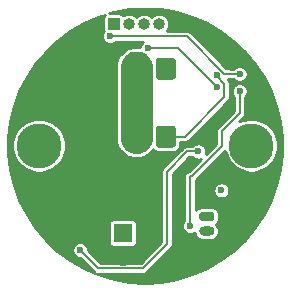
<source format=gbr>
%TF.GenerationSoftware,KiCad,Pcbnew,(5.1.6)-1*%
%TF.CreationDate,2020-11-30T19:53:59+01:00*%
%TF.ProjectId,PX12_Board,50583132-5f42-46f6-9172-642e6b696361,V1.0*%
%TF.SameCoordinates,Original*%
%TF.FileFunction,Copper,L2,Bot*%
%TF.FilePolarity,Positive*%
%FSLAX46Y46*%
G04 Gerber Fmt 4.6, Leading zero omitted, Abs format (unit mm)*
G04 Created by KiCad (PCBNEW (5.1.6)-1) date 2020-11-30 19:53:59*
%MOMM*%
%LPD*%
G01*
G04 APERTURE LIST*
%TA.AperFunction,ComponentPad*%
%ADD10O,1.700000X1.850000*%
%TD*%
%TA.AperFunction,ComponentPad*%
%ADD11O,1.300000X0.800000*%
%TD*%
%TA.AperFunction,ComponentPad*%
%ADD12R,1.000000X1.000000*%
%TD*%
%TA.AperFunction,ComponentPad*%
%ADD13O,1.000000X1.000000*%
%TD*%
%TA.AperFunction,ComponentPad*%
%ADD14R,1.600000X1.600000*%
%TD*%
%TA.AperFunction,ComponentPad*%
%ADD15C,1.600000*%
%TD*%
%TA.AperFunction,ComponentPad*%
%ADD16C,3.800000*%
%TD*%
%TA.AperFunction,ViaPad*%
%ADD17C,0.600000*%
%TD*%
%TA.AperFunction,Conductor*%
%ADD18C,0.200000*%
%TD*%
%TA.AperFunction,Conductor*%
%ADD19C,0.150000*%
%TD*%
%TA.AperFunction,Conductor*%
%ADD20C,0.254000*%
%TD*%
G04 APERTURE END LIST*
D10*
%TO.P,KLIN2,3*%
%TO.N,GND*%
X171750000Y-99250000D03*
%TO.P,KLIN2,2*%
%TO.N,VCC*%
X174250000Y-99250000D03*
%TO.P,KLIN2,1*%
%TO.N,SERIAL*%
%TA.AperFunction,ComponentPad*%
G36*
G01*
X177600000Y-98575000D02*
X177600000Y-99925000D01*
G75*
G02*
X177350000Y-100175000I-250000J0D01*
G01*
X176150000Y-100175000D01*
G75*
G02*
X175900000Y-99925000I0J250000D01*
G01*
X175900000Y-98575000D01*
G75*
G02*
X176150000Y-98325000I250000J0D01*
G01*
X177350000Y-98325000D01*
G75*
G02*
X177600000Y-98575000I0J-250000D01*
G01*
G37*
%TD.AperFunction*%
%TD*%
%TO.P,KLIN1,1*%
%TO.N,SERIAL*%
%TA.AperFunction,ComponentPad*%
G36*
G01*
X177600000Y-92825000D02*
X177600000Y-94175000D01*
G75*
G02*
X177350000Y-94425000I-250000J0D01*
G01*
X176150000Y-94425000D01*
G75*
G02*
X175900000Y-94175000I0J250000D01*
G01*
X175900000Y-92825000D01*
G75*
G02*
X176150000Y-92575000I250000J0D01*
G01*
X177350000Y-92575000D01*
G75*
G02*
X177600000Y-92825000I0J-250000D01*
G01*
G37*
%TD.AperFunction*%
%TO.P,KLIN1,2*%
%TO.N,VCC*%
X174250000Y-93500000D03*
%TO.P,KLIN1,3*%
%TO.N,GND*%
X171750000Y-93500000D03*
%TD*%
%TO.P,VALVE1,1*%
%TO.N,VCC*%
%TA.AperFunction,ComponentPad*%
G36*
G01*
X179750000Y-105600000D02*
X180650000Y-105600000D01*
G75*
G02*
X180850000Y-105800000I0J-200000D01*
G01*
X180850000Y-106200000D01*
G75*
G02*
X180650000Y-106400000I-200000J0D01*
G01*
X179750000Y-106400000D01*
G75*
G02*
X179550000Y-106200000I0J200000D01*
G01*
X179550000Y-105800000D01*
G75*
G02*
X179750000Y-105600000I200000J0D01*
G01*
G37*
%TD.AperFunction*%
D11*
%TO.P,VALVE1,2*%
%TO.N,/VALVE_GND*%
X180200000Y-107250000D03*
%TD*%
D12*
%TO.P,SWD1,1*%
%TO.N,+3V3*%
X172350000Y-89700000D03*
D13*
%TO.P,SWD1,2*%
%TO.N,RST*%
X173620000Y-89700000D03*
%TO.P,SWD1,3*%
%TO.N,SWCLK*%
X174890000Y-89700000D03*
%TO.P,SWD1,4*%
%TO.N,SWDIO*%
X176160000Y-89700000D03*
%TO.P,SWD1,5*%
%TO.N,GND*%
X177430000Y-89700000D03*
%TD*%
D14*
%TO.P,C4,1*%
%TO.N,VCC*%
X173100000Y-107400000D03*
D15*
%TO.P,C4,2*%
%TO.N,GND*%
X173100000Y-109400000D03*
%TD*%
D16*
%TO.P,PGND1,1*%
%TO.N,/PUMP_GND*%
X184000000Y-100000000D03*
%TD*%
%TO.P,PVCC1,1*%
%TO.N,/P-*%
X166000000Y-100000000D03*
%TD*%
D17*
%TO.N,GND*%
X165885000Y-102550000D03*
X182450000Y-93435065D03*
X167600000Y-97750000D03*
X170000000Y-92500000D03*
X180500000Y-100200000D03*
X178200000Y-100000000D03*
%TO.N,RST*%
X181100000Y-95050000D03*
X175250000Y-91740000D03*
%TO.N,Valve*%
X178800000Y-106800000D03*
X183000000Y-95400000D03*
%TO.N,Va*%
X179500000Y-100500000D03*
X169500000Y-108850000D03*
%TO.N,/PUMP_GND*%
X181450000Y-103800000D03*
%TO.N,SERIAL*%
X181048346Y-93991312D03*
%TO.N,Net-(D3-Pad2)*%
X182990000Y-93925065D03*
X172000000Y-90750000D03*
%TD*%
D18*
%TO.N,GND*%
X182450000Y-93325000D02*
X178825000Y-89700000D01*
X178825000Y-89700000D02*
X177430000Y-89700000D01*
X182450000Y-93435065D02*
X182450000Y-93325000D01*
D19*
X180500000Y-100200000D02*
X179900000Y-99600000D01*
X179900000Y-99600000D02*
X178600000Y-99600000D01*
X178600000Y-99600000D02*
X178200000Y-100000000D01*
D18*
%TO.N,RST*%
X177790000Y-91740000D02*
X175250000Y-91740000D01*
X181100000Y-95050000D02*
X177790000Y-91740000D01*
%TO.N,Valve*%
X178800000Y-106800000D02*
X178800000Y-102600000D01*
X178925202Y-102600000D02*
X181500000Y-100025202D01*
X178800000Y-102600000D02*
X178925202Y-102600000D01*
X181500000Y-100025202D02*
X181500000Y-98750000D01*
X183000000Y-97250000D02*
X183000000Y-95400000D01*
X181500000Y-98750000D02*
X183000000Y-97250000D01*
%TO.N,Va*%
X179500000Y-100500000D02*
X178550000Y-100500000D01*
X178550000Y-100500000D02*
X176850000Y-102200000D01*
X176850000Y-102200000D02*
X176850000Y-108350000D01*
X171040001Y-110390001D02*
X169500000Y-108850000D01*
X174809999Y-110390001D02*
X171040001Y-110390001D01*
X176850000Y-108350000D02*
X174809999Y-110390001D01*
%TO.N,SERIAL*%
X178350000Y-99250000D02*
X176750000Y-99250000D01*
X181700000Y-95900000D02*
X178350000Y-99250000D01*
X181700000Y-94800000D02*
X181700000Y-95900000D01*
X181048346Y-93991312D02*
X181048346Y-94148346D01*
X181048346Y-94148346D02*
X181700000Y-94800000D01*
%TO.N,Net-(D3-Pad2)*%
X182990000Y-93925065D02*
X181675065Y-93925065D01*
X178500000Y-90750000D02*
X172000000Y-90750000D01*
X181675065Y-93925065D02*
X178500000Y-90750000D01*
%TD*%
D20*
%TO.N,GND*%
G36*
X176346672Y-88478485D02*
G01*
X177675133Y-88712728D01*
X178967417Y-89099613D01*
X180206048Y-89633906D01*
X181374277Y-90308383D01*
X182456304Y-91113923D01*
X183437498Y-92039631D01*
X184304589Y-93072990D01*
X185045851Y-94200025D01*
X185651261Y-95405495D01*
X186112630Y-96673097D01*
X186423721Y-97985690D01*
X186580325Y-99325523D01*
X186580325Y-100674477D01*
X186423721Y-102014310D01*
X186112630Y-103326903D01*
X185651261Y-104594505D01*
X185045851Y-105799975D01*
X184304589Y-106927010D01*
X183437498Y-107960369D01*
X182456304Y-108886077D01*
X181374277Y-109691617D01*
X180206048Y-110366094D01*
X178967417Y-110900387D01*
X177675133Y-111287272D01*
X176346672Y-111521515D01*
X175000000Y-111599950D01*
X173653328Y-111521515D01*
X172324867Y-111287272D01*
X171032583Y-110900387D01*
X170949097Y-110864375D01*
X171016375Y-110871001D01*
X171016376Y-110871001D01*
X171040000Y-110873328D01*
X171063624Y-110871001D01*
X174786373Y-110871001D01*
X174809999Y-110873328D01*
X174833625Y-110871001D01*
X174904291Y-110864041D01*
X174994960Y-110836537D01*
X175078521Y-110791873D01*
X175151763Y-110731765D01*
X175166829Y-110713407D01*
X177173412Y-108706825D01*
X177191764Y-108691764D01*
X177251872Y-108618522D01*
X177296536Y-108534961D01*
X177324040Y-108444292D01*
X177331000Y-108373626D01*
X177333327Y-108350001D01*
X177331000Y-108326374D01*
X177331000Y-102399236D01*
X178749237Y-100981000D01*
X179017921Y-100981000D01*
X179065888Y-101028967D01*
X179177426Y-101103494D01*
X179301360Y-101154829D01*
X179432927Y-101181000D01*
X179567073Y-101181000D01*
X179688025Y-101156940D01*
X178720459Y-102124507D01*
X178705708Y-102125960D01*
X178615039Y-102153464D01*
X178531478Y-102198128D01*
X178458236Y-102258236D01*
X178398128Y-102331478D01*
X178353464Y-102415039D01*
X178325960Y-102505708D01*
X178316673Y-102600000D01*
X178319001Y-102623636D01*
X178319000Y-106317921D01*
X178271033Y-106365888D01*
X178196506Y-106477426D01*
X178145171Y-106601360D01*
X178119000Y-106732927D01*
X178119000Y-106867073D01*
X178145171Y-106998640D01*
X178196506Y-107122574D01*
X178271033Y-107234112D01*
X178365888Y-107328967D01*
X178477426Y-107403494D01*
X178601360Y-107454829D01*
X178732927Y-107481000D01*
X178867073Y-107481000D01*
X178998640Y-107454829D01*
X179122574Y-107403494D01*
X179176773Y-107367280D01*
X179180301Y-107403103D01*
X179224960Y-107550322D01*
X179297481Y-107685999D01*
X179395078Y-107804922D01*
X179514001Y-107902519D01*
X179649678Y-107975040D01*
X179796897Y-108019699D01*
X179911640Y-108031000D01*
X180488360Y-108031000D01*
X180603103Y-108019699D01*
X180750322Y-107975040D01*
X180885999Y-107902519D01*
X181004922Y-107804922D01*
X181102519Y-107685999D01*
X181175040Y-107550322D01*
X181219699Y-107403103D01*
X181234778Y-107250000D01*
X181219699Y-107096897D01*
X181175040Y-106949678D01*
X181102519Y-106814001D01*
X181004922Y-106695078D01*
X180982992Y-106677081D01*
X181062132Y-106612132D01*
X181134616Y-106523810D01*
X181188477Y-106423044D01*
X181221644Y-106313707D01*
X181232843Y-106200000D01*
X181232843Y-105800000D01*
X181221644Y-105686293D01*
X181188477Y-105576956D01*
X181134616Y-105476190D01*
X181062132Y-105387868D01*
X180973810Y-105315384D01*
X180873044Y-105261523D01*
X180763707Y-105228356D01*
X180650000Y-105217157D01*
X179750000Y-105217157D01*
X179636293Y-105228356D01*
X179526956Y-105261523D01*
X179426190Y-105315384D01*
X179337868Y-105387868D01*
X179281000Y-105457162D01*
X179281000Y-103732927D01*
X180769000Y-103732927D01*
X180769000Y-103867073D01*
X180795171Y-103998640D01*
X180846506Y-104122574D01*
X180921033Y-104234112D01*
X181015888Y-104328967D01*
X181127426Y-104403494D01*
X181251360Y-104454829D01*
X181382927Y-104481000D01*
X181517073Y-104481000D01*
X181648640Y-104454829D01*
X181772574Y-104403494D01*
X181884112Y-104328967D01*
X181978967Y-104234112D01*
X182053494Y-104122574D01*
X182104829Y-103998640D01*
X182131000Y-103867073D01*
X182131000Y-103732927D01*
X182104829Y-103601360D01*
X182053494Y-103477426D01*
X181978967Y-103365888D01*
X181884112Y-103271033D01*
X181772574Y-103196506D01*
X181648640Y-103145171D01*
X181517073Y-103119000D01*
X181382927Y-103119000D01*
X181251360Y-103145171D01*
X181127426Y-103196506D01*
X181015888Y-103271033D01*
X180921033Y-103365888D01*
X180846506Y-103477426D01*
X180795171Y-103601360D01*
X180769000Y-103732927D01*
X179281000Y-103732927D01*
X179281000Y-102924663D01*
X179282032Y-102923406D01*
X181762432Y-100443007D01*
X181806657Y-100665343D01*
X181978604Y-101080459D01*
X182228231Y-101454053D01*
X182545947Y-101771769D01*
X182919541Y-102021396D01*
X183334657Y-102193343D01*
X183775341Y-102281000D01*
X184224659Y-102281000D01*
X184665343Y-102193343D01*
X185080459Y-102021396D01*
X185454053Y-101771769D01*
X185771769Y-101454053D01*
X186021396Y-101080459D01*
X186193343Y-100665343D01*
X186281000Y-100224659D01*
X186281000Y-99775341D01*
X186193343Y-99334657D01*
X186021396Y-98919541D01*
X185771769Y-98545947D01*
X185454053Y-98228231D01*
X185080459Y-97978604D01*
X184665343Y-97806657D01*
X184224659Y-97719000D01*
X183775341Y-97719000D01*
X183334657Y-97806657D01*
X182974325Y-97955912D01*
X183323412Y-97606825D01*
X183341764Y-97591764D01*
X183401872Y-97518522D01*
X183446536Y-97434961D01*
X183474040Y-97344292D01*
X183481000Y-97273626D01*
X183481000Y-97273625D01*
X183483327Y-97250001D01*
X183481000Y-97226377D01*
X183481000Y-95882079D01*
X183528967Y-95834112D01*
X183603494Y-95722574D01*
X183654829Y-95598640D01*
X183681000Y-95467073D01*
X183681000Y-95332927D01*
X183654829Y-95201360D01*
X183603494Y-95077426D01*
X183528967Y-94965888D01*
X183434112Y-94871033D01*
X183322574Y-94796506D01*
X183198640Y-94745171D01*
X183067073Y-94719000D01*
X182932927Y-94719000D01*
X182801360Y-94745171D01*
X182677426Y-94796506D01*
X182565888Y-94871033D01*
X182471033Y-94965888D01*
X182396506Y-95077426D01*
X182345171Y-95201360D01*
X182319000Y-95332927D01*
X182319000Y-95467073D01*
X182345171Y-95598640D01*
X182396506Y-95722574D01*
X182471033Y-95834112D01*
X182519001Y-95882080D01*
X182519000Y-97050763D01*
X181176589Y-98393175D01*
X181158237Y-98408236D01*
X181143176Y-98426588D01*
X181098129Y-98481478D01*
X181053465Y-98565039D01*
X181025960Y-98655708D01*
X181016673Y-98750000D01*
X181019001Y-98773636D01*
X181019000Y-99825965D01*
X180156941Y-100688025D01*
X180181000Y-100567073D01*
X180181000Y-100432927D01*
X180154829Y-100301360D01*
X180103494Y-100177426D01*
X180028967Y-100065888D01*
X179934112Y-99971033D01*
X179822574Y-99896506D01*
X179698640Y-99845171D01*
X179567073Y-99819000D01*
X179432927Y-99819000D01*
X179301360Y-99845171D01*
X179177426Y-99896506D01*
X179065888Y-99971033D01*
X179017921Y-100019000D01*
X178573626Y-100019000D01*
X178549999Y-100016673D01*
X178455707Y-100025960D01*
X178428203Y-100034304D01*
X178365039Y-100053464D01*
X178281478Y-100098128D01*
X178208236Y-100158236D01*
X178193175Y-100176588D01*
X176526594Y-101843170D01*
X176508236Y-101858236D01*
X176448128Y-101931478D01*
X176403464Y-102015040D01*
X176384304Y-102078204D01*
X176375960Y-102105708D01*
X176366673Y-102200000D01*
X176369000Y-102223626D01*
X176369001Y-108150762D01*
X174610763Y-109909001D01*
X171239238Y-109909001D01*
X170181000Y-108850764D01*
X170181000Y-108782927D01*
X170154829Y-108651360D01*
X170103494Y-108527426D01*
X170028967Y-108415888D01*
X169934112Y-108321033D01*
X169822574Y-108246506D01*
X169698640Y-108195171D01*
X169567073Y-108169000D01*
X169432927Y-108169000D01*
X169301360Y-108195171D01*
X169177426Y-108246506D01*
X169065888Y-108321033D01*
X168971033Y-108415888D01*
X168896506Y-108527426D01*
X168845171Y-108651360D01*
X168819000Y-108782927D01*
X168819000Y-108917073D01*
X168845171Y-109048640D01*
X168896506Y-109172574D01*
X168971033Y-109284112D01*
X169065888Y-109378967D01*
X169177426Y-109453494D01*
X169301360Y-109504829D01*
X169432927Y-109531000D01*
X169500764Y-109531000D01*
X170683176Y-110713413D01*
X170698237Y-110731765D01*
X170760909Y-110783198D01*
X169793952Y-110366094D01*
X168625723Y-109691617D01*
X167543696Y-108886077D01*
X166562502Y-107960369D01*
X165695411Y-106927010D01*
X165480334Y-106600000D01*
X171917157Y-106600000D01*
X171917157Y-108200000D01*
X171924513Y-108274689D01*
X171946299Y-108346508D01*
X171981678Y-108412696D01*
X172029289Y-108470711D01*
X172087304Y-108518322D01*
X172153492Y-108553701D01*
X172225311Y-108575487D01*
X172300000Y-108582843D01*
X173900000Y-108582843D01*
X173974689Y-108575487D01*
X174046508Y-108553701D01*
X174112696Y-108518322D01*
X174170711Y-108470711D01*
X174218322Y-108412696D01*
X174253701Y-108346508D01*
X174275487Y-108274689D01*
X174282843Y-108200000D01*
X174282843Y-106600000D01*
X174275487Y-106525311D01*
X174253701Y-106453492D01*
X174218322Y-106387304D01*
X174170711Y-106329289D01*
X174112696Y-106281678D01*
X174046508Y-106246299D01*
X173974689Y-106224513D01*
X173900000Y-106217157D01*
X172300000Y-106217157D01*
X172225311Y-106224513D01*
X172153492Y-106246299D01*
X172087304Y-106281678D01*
X172029289Y-106329289D01*
X171981678Y-106387304D01*
X171946299Y-106453492D01*
X171924513Y-106525311D01*
X171917157Y-106600000D01*
X165480334Y-106600000D01*
X164954149Y-105799975D01*
X164348739Y-104594505D01*
X163887370Y-103326903D01*
X163576279Y-102014310D01*
X163419675Y-100674477D01*
X163419675Y-99775341D01*
X163719000Y-99775341D01*
X163719000Y-100224659D01*
X163806657Y-100665343D01*
X163978604Y-101080459D01*
X164228231Y-101454053D01*
X164545947Y-101771769D01*
X164919541Y-102021396D01*
X165334657Y-102193343D01*
X165775341Y-102281000D01*
X166224659Y-102281000D01*
X166665343Y-102193343D01*
X167080459Y-102021396D01*
X167454053Y-101771769D01*
X167771769Y-101454053D01*
X168021396Y-101080459D01*
X168193343Y-100665343D01*
X168281000Y-100224659D01*
X168281000Y-99775341D01*
X168193343Y-99334657D01*
X168021396Y-98919541D01*
X167771769Y-98545947D01*
X167454053Y-98228231D01*
X167080459Y-97978604D01*
X166665343Y-97806657D01*
X166224659Y-97719000D01*
X165775341Y-97719000D01*
X165334657Y-97806657D01*
X164919541Y-97978604D01*
X164545947Y-98228231D01*
X164228231Y-98545947D01*
X163978604Y-98919541D01*
X163806657Y-99334657D01*
X163719000Y-99775341D01*
X163419675Y-99775341D01*
X163419675Y-99325523D01*
X163576279Y-97985690D01*
X163887370Y-96673097D01*
X164348739Y-95405495D01*
X164954149Y-94200025D01*
X165695411Y-93072990D01*
X166562502Y-92039631D01*
X167543696Y-91113923D01*
X168625723Y-90308383D01*
X169793952Y-89633906D01*
X171032583Y-89099613D01*
X171572053Y-88938106D01*
X171531678Y-88987304D01*
X171496299Y-89053492D01*
X171474513Y-89125311D01*
X171467157Y-89200000D01*
X171467157Y-90200000D01*
X171474513Y-90274689D01*
X171483292Y-90303629D01*
X171471033Y-90315888D01*
X171396506Y-90427426D01*
X171345171Y-90551360D01*
X171319000Y-90682927D01*
X171319000Y-90817073D01*
X171345171Y-90948640D01*
X171396506Y-91072574D01*
X171471033Y-91184112D01*
X171565888Y-91278967D01*
X171677426Y-91353494D01*
X171801360Y-91404829D01*
X171932927Y-91431000D01*
X172067073Y-91431000D01*
X172198640Y-91404829D01*
X172322574Y-91353494D01*
X172434112Y-91278967D01*
X172482079Y-91231000D01*
X174795921Y-91231000D01*
X174721033Y-91305888D01*
X174646506Y-91417426D01*
X174595171Y-91541360D01*
X174573403Y-91650794D01*
X174517632Y-91640960D01*
X174283207Y-91620450D01*
X174216793Y-91620450D01*
X173982368Y-91640960D01*
X173916966Y-91652492D01*
X173689664Y-91713397D01*
X173627255Y-91736112D01*
X173413982Y-91835563D01*
X173356467Y-91868769D01*
X173163704Y-92003743D01*
X173112829Y-92046432D01*
X172946432Y-92212829D01*
X172903743Y-92263704D01*
X172768769Y-92456467D01*
X172735563Y-92513982D01*
X172636112Y-92727255D01*
X172613397Y-92789664D01*
X172552492Y-93016966D01*
X172540960Y-93082368D01*
X172520450Y-93316793D01*
X172519000Y-93350000D01*
X172519000Y-99350000D01*
X172520450Y-99383207D01*
X172540960Y-99617632D01*
X172552492Y-99683034D01*
X172613397Y-99910336D01*
X172636112Y-99972745D01*
X172735563Y-100186018D01*
X172768769Y-100243533D01*
X172903743Y-100436296D01*
X172946432Y-100487171D01*
X173112829Y-100653568D01*
X173163704Y-100696257D01*
X173356467Y-100831231D01*
X173413982Y-100864437D01*
X173627255Y-100963888D01*
X173689664Y-100986603D01*
X173916966Y-101047508D01*
X173982368Y-101059040D01*
X174216793Y-101079550D01*
X174283207Y-101079550D01*
X174517632Y-101059040D01*
X174583034Y-101047508D01*
X174810336Y-100986603D01*
X174872745Y-100963888D01*
X175086018Y-100864437D01*
X175143533Y-100831231D01*
X175336296Y-100696257D01*
X175387171Y-100653568D01*
X175553568Y-100487171D01*
X175596257Y-100436296D01*
X175669285Y-100332001D01*
X175702512Y-100372488D01*
X175798411Y-100451190D01*
X175907821Y-100509671D01*
X176026538Y-100545683D01*
X176150000Y-100557843D01*
X177350000Y-100557843D01*
X177473462Y-100545683D01*
X177592179Y-100509671D01*
X177701589Y-100451190D01*
X177797488Y-100372488D01*
X177876190Y-100276589D01*
X177934671Y-100167179D01*
X177970683Y-100048462D01*
X177982843Y-99925000D01*
X177982843Y-99731000D01*
X178326374Y-99731000D01*
X178350000Y-99733327D01*
X178373626Y-99731000D01*
X178444292Y-99724040D01*
X178534961Y-99696536D01*
X178618522Y-99651872D01*
X178691764Y-99591764D01*
X178706830Y-99573406D01*
X182023412Y-96256825D01*
X182041764Y-96241764D01*
X182101872Y-96168522D01*
X182146536Y-96084961D01*
X182174040Y-95994292D01*
X182181000Y-95923626D01*
X182181000Y-95923617D01*
X182183326Y-95900001D01*
X182181000Y-95876385D01*
X182181000Y-94823626D01*
X182183327Y-94800000D01*
X182174040Y-94705707D01*
X182163909Y-94672312D01*
X182146536Y-94615039D01*
X182101872Y-94531478D01*
X182041764Y-94458236D01*
X182023411Y-94443174D01*
X181986302Y-94406065D01*
X182507921Y-94406065D01*
X182555888Y-94454032D01*
X182667426Y-94528559D01*
X182791360Y-94579894D01*
X182922927Y-94606065D01*
X183057073Y-94606065D01*
X183188640Y-94579894D01*
X183312574Y-94528559D01*
X183424112Y-94454032D01*
X183518967Y-94359177D01*
X183593494Y-94247639D01*
X183644829Y-94123705D01*
X183671000Y-93992138D01*
X183671000Y-93857992D01*
X183644829Y-93726425D01*
X183593494Y-93602491D01*
X183518967Y-93490953D01*
X183424112Y-93396098D01*
X183312574Y-93321571D01*
X183188640Y-93270236D01*
X183057073Y-93244065D01*
X182922927Y-93244065D01*
X182791360Y-93270236D01*
X182667426Y-93321571D01*
X182555888Y-93396098D01*
X182507921Y-93444065D01*
X181874302Y-93444065D01*
X178856830Y-90426594D01*
X178841764Y-90408236D01*
X178768522Y-90348128D01*
X178684961Y-90303464D01*
X178594292Y-90275960D01*
X178523626Y-90269000D01*
X178500000Y-90266673D01*
X178476374Y-90269000D01*
X176836923Y-90269000D01*
X176844318Y-90261605D01*
X176940732Y-90117310D01*
X177007144Y-89956978D01*
X177041000Y-89786771D01*
X177041000Y-89613229D01*
X177007144Y-89443022D01*
X176940732Y-89282690D01*
X176844318Y-89138395D01*
X176721605Y-89015682D01*
X176577310Y-88919268D01*
X176416978Y-88852856D01*
X176246771Y-88819000D01*
X176073229Y-88819000D01*
X175903022Y-88852856D01*
X175742690Y-88919268D01*
X175598395Y-89015682D01*
X175525000Y-89089077D01*
X175451605Y-89015682D01*
X175307310Y-88919268D01*
X175146978Y-88852856D01*
X174976771Y-88819000D01*
X174803229Y-88819000D01*
X174633022Y-88852856D01*
X174472690Y-88919268D01*
X174328395Y-89015682D01*
X174255000Y-89089077D01*
X174181605Y-89015682D01*
X174037310Y-88919268D01*
X173876978Y-88852856D01*
X173706771Y-88819000D01*
X173533229Y-88819000D01*
X173363022Y-88852856D01*
X173202690Y-88919268D01*
X173144432Y-88958194D01*
X173120711Y-88929289D01*
X173062696Y-88881678D01*
X172996508Y-88846299D01*
X172924689Y-88824513D01*
X172850000Y-88817157D01*
X171976050Y-88817157D01*
X172324867Y-88712728D01*
X173653328Y-88478485D01*
X175000000Y-88400050D01*
X176346672Y-88478485D01*
G37*
X176346672Y-88478485D02*
X177675133Y-88712728D01*
X178967417Y-89099613D01*
X180206048Y-89633906D01*
X181374277Y-90308383D01*
X182456304Y-91113923D01*
X183437498Y-92039631D01*
X184304589Y-93072990D01*
X185045851Y-94200025D01*
X185651261Y-95405495D01*
X186112630Y-96673097D01*
X186423721Y-97985690D01*
X186580325Y-99325523D01*
X186580325Y-100674477D01*
X186423721Y-102014310D01*
X186112630Y-103326903D01*
X185651261Y-104594505D01*
X185045851Y-105799975D01*
X184304589Y-106927010D01*
X183437498Y-107960369D01*
X182456304Y-108886077D01*
X181374277Y-109691617D01*
X180206048Y-110366094D01*
X178967417Y-110900387D01*
X177675133Y-111287272D01*
X176346672Y-111521515D01*
X175000000Y-111599950D01*
X173653328Y-111521515D01*
X172324867Y-111287272D01*
X171032583Y-110900387D01*
X170949097Y-110864375D01*
X171016375Y-110871001D01*
X171016376Y-110871001D01*
X171040000Y-110873328D01*
X171063624Y-110871001D01*
X174786373Y-110871001D01*
X174809999Y-110873328D01*
X174833625Y-110871001D01*
X174904291Y-110864041D01*
X174994960Y-110836537D01*
X175078521Y-110791873D01*
X175151763Y-110731765D01*
X175166829Y-110713407D01*
X177173412Y-108706825D01*
X177191764Y-108691764D01*
X177251872Y-108618522D01*
X177296536Y-108534961D01*
X177324040Y-108444292D01*
X177331000Y-108373626D01*
X177333327Y-108350001D01*
X177331000Y-108326374D01*
X177331000Y-102399236D01*
X178749237Y-100981000D01*
X179017921Y-100981000D01*
X179065888Y-101028967D01*
X179177426Y-101103494D01*
X179301360Y-101154829D01*
X179432927Y-101181000D01*
X179567073Y-101181000D01*
X179688025Y-101156940D01*
X178720459Y-102124507D01*
X178705708Y-102125960D01*
X178615039Y-102153464D01*
X178531478Y-102198128D01*
X178458236Y-102258236D01*
X178398128Y-102331478D01*
X178353464Y-102415039D01*
X178325960Y-102505708D01*
X178316673Y-102600000D01*
X178319001Y-102623636D01*
X178319000Y-106317921D01*
X178271033Y-106365888D01*
X178196506Y-106477426D01*
X178145171Y-106601360D01*
X178119000Y-106732927D01*
X178119000Y-106867073D01*
X178145171Y-106998640D01*
X178196506Y-107122574D01*
X178271033Y-107234112D01*
X178365888Y-107328967D01*
X178477426Y-107403494D01*
X178601360Y-107454829D01*
X178732927Y-107481000D01*
X178867073Y-107481000D01*
X178998640Y-107454829D01*
X179122574Y-107403494D01*
X179176773Y-107367280D01*
X179180301Y-107403103D01*
X179224960Y-107550322D01*
X179297481Y-107685999D01*
X179395078Y-107804922D01*
X179514001Y-107902519D01*
X179649678Y-107975040D01*
X179796897Y-108019699D01*
X179911640Y-108031000D01*
X180488360Y-108031000D01*
X180603103Y-108019699D01*
X180750322Y-107975040D01*
X180885999Y-107902519D01*
X181004922Y-107804922D01*
X181102519Y-107685999D01*
X181175040Y-107550322D01*
X181219699Y-107403103D01*
X181234778Y-107250000D01*
X181219699Y-107096897D01*
X181175040Y-106949678D01*
X181102519Y-106814001D01*
X181004922Y-106695078D01*
X180982992Y-106677081D01*
X181062132Y-106612132D01*
X181134616Y-106523810D01*
X181188477Y-106423044D01*
X181221644Y-106313707D01*
X181232843Y-106200000D01*
X181232843Y-105800000D01*
X181221644Y-105686293D01*
X181188477Y-105576956D01*
X181134616Y-105476190D01*
X181062132Y-105387868D01*
X180973810Y-105315384D01*
X180873044Y-105261523D01*
X180763707Y-105228356D01*
X180650000Y-105217157D01*
X179750000Y-105217157D01*
X179636293Y-105228356D01*
X179526956Y-105261523D01*
X179426190Y-105315384D01*
X179337868Y-105387868D01*
X179281000Y-105457162D01*
X179281000Y-103732927D01*
X180769000Y-103732927D01*
X180769000Y-103867073D01*
X180795171Y-103998640D01*
X180846506Y-104122574D01*
X180921033Y-104234112D01*
X181015888Y-104328967D01*
X181127426Y-104403494D01*
X181251360Y-104454829D01*
X181382927Y-104481000D01*
X181517073Y-104481000D01*
X181648640Y-104454829D01*
X181772574Y-104403494D01*
X181884112Y-104328967D01*
X181978967Y-104234112D01*
X182053494Y-104122574D01*
X182104829Y-103998640D01*
X182131000Y-103867073D01*
X182131000Y-103732927D01*
X182104829Y-103601360D01*
X182053494Y-103477426D01*
X181978967Y-103365888D01*
X181884112Y-103271033D01*
X181772574Y-103196506D01*
X181648640Y-103145171D01*
X181517073Y-103119000D01*
X181382927Y-103119000D01*
X181251360Y-103145171D01*
X181127426Y-103196506D01*
X181015888Y-103271033D01*
X180921033Y-103365888D01*
X180846506Y-103477426D01*
X180795171Y-103601360D01*
X180769000Y-103732927D01*
X179281000Y-103732927D01*
X179281000Y-102924663D01*
X179282032Y-102923406D01*
X181762432Y-100443007D01*
X181806657Y-100665343D01*
X181978604Y-101080459D01*
X182228231Y-101454053D01*
X182545947Y-101771769D01*
X182919541Y-102021396D01*
X183334657Y-102193343D01*
X183775341Y-102281000D01*
X184224659Y-102281000D01*
X184665343Y-102193343D01*
X185080459Y-102021396D01*
X185454053Y-101771769D01*
X185771769Y-101454053D01*
X186021396Y-101080459D01*
X186193343Y-100665343D01*
X186281000Y-100224659D01*
X186281000Y-99775341D01*
X186193343Y-99334657D01*
X186021396Y-98919541D01*
X185771769Y-98545947D01*
X185454053Y-98228231D01*
X185080459Y-97978604D01*
X184665343Y-97806657D01*
X184224659Y-97719000D01*
X183775341Y-97719000D01*
X183334657Y-97806657D01*
X182974325Y-97955912D01*
X183323412Y-97606825D01*
X183341764Y-97591764D01*
X183401872Y-97518522D01*
X183446536Y-97434961D01*
X183474040Y-97344292D01*
X183481000Y-97273626D01*
X183481000Y-97273625D01*
X183483327Y-97250001D01*
X183481000Y-97226377D01*
X183481000Y-95882079D01*
X183528967Y-95834112D01*
X183603494Y-95722574D01*
X183654829Y-95598640D01*
X183681000Y-95467073D01*
X183681000Y-95332927D01*
X183654829Y-95201360D01*
X183603494Y-95077426D01*
X183528967Y-94965888D01*
X183434112Y-94871033D01*
X183322574Y-94796506D01*
X183198640Y-94745171D01*
X183067073Y-94719000D01*
X182932927Y-94719000D01*
X182801360Y-94745171D01*
X182677426Y-94796506D01*
X182565888Y-94871033D01*
X182471033Y-94965888D01*
X182396506Y-95077426D01*
X182345171Y-95201360D01*
X182319000Y-95332927D01*
X182319000Y-95467073D01*
X182345171Y-95598640D01*
X182396506Y-95722574D01*
X182471033Y-95834112D01*
X182519001Y-95882080D01*
X182519000Y-97050763D01*
X181176589Y-98393175D01*
X181158237Y-98408236D01*
X181143176Y-98426588D01*
X181098129Y-98481478D01*
X181053465Y-98565039D01*
X181025960Y-98655708D01*
X181016673Y-98750000D01*
X181019001Y-98773636D01*
X181019000Y-99825965D01*
X180156941Y-100688025D01*
X180181000Y-100567073D01*
X180181000Y-100432927D01*
X180154829Y-100301360D01*
X180103494Y-100177426D01*
X180028967Y-100065888D01*
X179934112Y-99971033D01*
X179822574Y-99896506D01*
X179698640Y-99845171D01*
X179567073Y-99819000D01*
X179432927Y-99819000D01*
X179301360Y-99845171D01*
X179177426Y-99896506D01*
X179065888Y-99971033D01*
X179017921Y-100019000D01*
X178573626Y-100019000D01*
X178549999Y-100016673D01*
X178455707Y-100025960D01*
X178428203Y-100034304D01*
X178365039Y-100053464D01*
X178281478Y-100098128D01*
X178208236Y-100158236D01*
X178193175Y-100176588D01*
X176526594Y-101843170D01*
X176508236Y-101858236D01*
X176448128Y-101931478D01*
X176403464Y-102015040D01*
X176384304Y-102078204D01*
X176375960Y-102105708D01*
X176366673Y-102200000D01*
X176369000Y-102223626D01*
X176369001Y-108150762D01*
X174610763Y-109909001D01*
X171239238Y-109909001D01*
X170181000Y-108850764D01*
X170181000Y-108782927D01*
X170154829Y-108651360D01*
X170103494Y-108527426D01*
X170028967Y-108415888D01*
X169934112Y-108321033D01*
X169822574Y-108246506D01*
X169698640Y-108195171D01*
X169567073Y-108169000D01*
X169432927Y-108169000D01*
X169301360Y-108195171D01*
X169177426Y-108246506D01*
X169065888Y-108321033D01*
X168971033Y-108415888D01*
X168896506Y-108527426D01*
X168845171Y-108651360D01*
X168819000Y-108782927D01*
X168819000Y-108917073D01*
X168845171Y-109048640D01*
X168896506Y-109172574D01*
X168971033Y-109284112D01*
X169065888Y-109378967D01*
X169177426Y-109453494D01*
X169301360Y-109504829D01*
X169432927Y-109531000D01*
X169500764Y-109531000D01*
X170683176Y-110713413D01*
X170698237Y-110731765D01*
X170760909Y-110783198D01*
X169793952Y-110366094D01*
X168625723Y-109691617D01*
X167543696Y-108886077D01*
X166562502Y-107960369D01*
X165695411Y-106927010D01*
X165480334Y-106600000D01*
X171917157Y-106600000D01*
X171917157Y-108200000D01*
X171924513Y-108274689D01*
X171946299Y-108346508D01*
X171981678Y-108412696D01*
X172029289Y-108470711D01*
X172087304Y-108518322D01*
X172153492Y-108553701D01*
X172225311Y-108575487D01*
X172300000Y-108582843D01*
X173900000Y-108582843D01*
X173974689Y-108575487D01*
X174046508Y-108553701D01*
X174112696Y-108518322D01*
X174170711Y-108470711D01*
X174218322Y-108412696D01*
X174253701Y-108346508D01*
X174275487Y-108274689D01*
X174282843Y-108200000D01*
X174282843Y-106600000D01*
X174275487Y-106525311D01*
X174253701Y-106453492D01*
X174218322Y-106387304D01*
X174170711Y-106329289D01*
X174112696Y-106281678D01*
X174046508Y-106246299D01*
X173974689Y-106224513D01*
X173900000Y-106217157D01*
X172300000Y-106217157D01*
X172225311Y-106224513D01*
X172153492Y-106246299D01*
X172087304Y-106281678D01*
X172029289Y-106329289D01*
X171981678Y-106387304D01*
X171946299Y-106453492D01*
X171924513Y-106525311D01*
X171917157Y-106600000D01*
X165480334Y-106600000D01*
X164954149Y-105799975D01*
X164348739Y-104594505D01*
X163887370Y-103326903D01*
X163576279Y-102014310D01*
X163419675Y-100674477D01*
X163419675Y-99775341D01*
X163719000Y-99775341D01*
X163719000Y-100224659D01*
X163806657Y-100665343D01*
X163978604Y-101080459D01*
X164228231Y-101454053D01*
X164545947Y-101771769D01*
X164919541Y-102021396D01*
X165334657Y-102193343D01*
X165775341Y-102281000D01*
X166224659Y-102281000D01*
X166665343Y-102193343D01*
X167080459Y-102021396D01*
X167454053Y-101771769D01*
X167771769Y-101454053D01*
X168021396Y-101080459D01*
X168193343Y-100665343D01*
X168281000Y-100224659D01*
X168281000Y-99775341D01*
X168193343Y-99334657D01*
X168021396Y-98919541D01*
X167771769Y-98545947D01*
X167454053Y-98228231D01*
X167080459Y-97978604D01*
X166665343Y-97806657D01*
X166224659Y-97719000D01*
X165775341Y-97719000D01*
X165334657Y-97806657D01*
X164919541Y-97978604D01*
X164545947Y-98228231D01*
X164228231Y-98545947D01*
X163978604Y-98919541D01*
X163806657Y-99334657D01*
X163719000Y-99775341D01*
X163419675Y-99775341D01*
X163419675Y-99325523D01*
X163576279Y-97985690D01*
X163887370Y-96673097D01*
X164348739Y-95405495D01*
X164954149Y-94200025D01*
X165695411Y-93072990D01*
X166562502Y-92039631D01*
X167543696Y-91113923D01*
X168625723Y-90308383D01*
X169793952Y-89633906D01*
X171032583Y-89099613D01*
X171572053Y-88938106D01*
X171531678Y-88987304D01*
X171496299Y-89053492D01*
X171474513Y-89125311D01*
X171467157Y-89200000D01*
X171467157Y-90200000D01*
X171474513Y-90274689D01*
X171483292Y-90303629D01*
X171471033Y-90315888D01*
X171396506Y-90427426D01*
X171345171Y-90551360D01*
X171319000Y-90682927D01*
X171319000Y-90817073D01*
X171345171Y-90948640D01*
X171396506Y-91072574D01*
X171471033Y-91184112D01*
X171565888Y-91278967D01*
X171677426Y-91353494D01*
X171801360Y-91404829D01*
X171932927Y-91431000D01*
X172067073Y-91431000D01*
X172198640Y-91404829D01*
X172322574Y-91353494D01*
X172434112Y-91278967D01*
X172482079Y-91231000D01*
X174795921Y-91231000D01*
X174721033Y-91305888D01*
X174646506Y-91417426D01*
X174595171Y-91541360D01*
X174573403Y-91650794D01*
X174517632Y-91640960D01*
X174283207Y-91620450D01*
X174216793Y-91620450D01*
X173982368Y-91640960D01*
X173916966Y-91652492D01*
X173689664Y-91713397D01*
X173627255Y-91736112D01*
X173413982Y-91835563D01*
X173356467Y-91868769D01*
X173163704Y-92003743D01*
X173112829Y-92046432D01*
X172946432Y-92212829D01*
X172903743Y-92263704D01*
X172768769Y-92456467D01*
X172735563Y-92513982D01*
X172636112Y-92727255D01*
X172613397Y-92789664D01*
X172552492Y-93016966D01*
X172540960Y-93082368D01*
X172520450Y-93316793D01*
X172519000Y-93350000D01*
X172519000Y-99350000D01*
X172520450Y-99383207D01*
X172540960Y-99617632D01*
X172552492Y-99683034D01*
X172613397Y-99910336D01*
X172636112Y-99972745D01*
X172735563Y-100186018D01*
X172768769Y-100243533D01*
X172903743Y-100436296D01*
X172946432Y-100487171D01*
X173112829Y-100653568D01*
X173163704Y-100696257D01*
X173356467Y-100831231D01*
X173413982Y-100864437D01*
X173627255Y-100963888D01*
X173689664Y-100986603D01*
X173916966Y-101047508D01*
X173982368Y-101059040D01*
X174216793Y-101079550D01*
X174283207Y-101079550D01*
X174517632Y-101059040D01*
X174583034Y-101047508D01*
X174810336Y-100986603D01*
X174872745Y-100963888D01*
X175086018Y-100864437D01*
X175143533Y-100831231D01*
X175336296Y-100696257D01*
X175387171Y-100653568D01*
X175553568Y-100487171D01*
X175596257Y-100436296D01*
X175669285Y-100332001D01*
X175702512Y-100372488D01*
X175798411Y-100451190D01*
X175907821Y-100509671D01*
X176026538Y-100545683D01*
X176150000Y-100557843D01*
X177350000Y-100557843D01*
X177473462Y-100545683D01*
X177592179Y-100509671D01*
X177701589Y-100451190D01*
X177797488Y-100372488D01*
X177876190Y-100276589D01*
X177934671Y-100167179D01*
X177970683Y-100048462D01*
X177982843Y-99925000D01*
X177982843Y-99731000D01*
X178326374Y-99731000D01*
X178350000Y-99733327D01*
X178373626Y-99731000D01*
X178444292Y-99724040D01*
X178534961Y-99696536D01*
X178618522Y-99651872D01*
X178691764Y-99591764D01*
X178706830Y-99573406D01*
X182023412Y-96256825D01*
X182041764Y-96241764D01*
X182101872Y-96168522D01*
X182146536Y-96084961D01*
X182174040Y-95994292D01*
X182181000Y-95923626D01*
X182181000Y-95923617D01*
X182183326Y-95900001D01*
X182181000Y-95876385D01*
X182181000Y-94823626D01*
X182183327Y-94800000D01*
X182174040Y-94705707D01*
X182163909Y-94672312D01*
X182146536Y-94615039D01*
X182101872Y-94531478D01*
X182041764Y-94458236D01*
X182023411Y-94443174D01*
X181986302Y-94406065D01*
X182507921Y-94406065D01*
X182555888Y-94454032D01*
X182667426Y-94528559D01*
X182791360Y-94579894D01*
X182922927Y-94606065D01*
X183057073Y-94606065D01*
X183188640Y-94579894D01*
X183312574Y-94528559D01*
X183424112Y-94454032D01*
X183518967Y-94359177D01*
X183593494Y-94247639D01*
X183644829Y-94123705D01*
X183671000Y-93992138D01*
X183671000Y-93857992D01*
X183644829Y-93726425D01*
X183593494Y-93602491D01*
X183518967Y-93490953D01*
X183424112Y-93396098D01*
X183312574Y-93321571D01*
X183188640Y-93270236D01*
X183057073Y-93244065D01*
X182922927Y-93244065D01*
X182791360Y-93270236D01*
X182667426Y-93321571D01*
X182555888Y-93396098D01*
X182507921Y-93444065D01*
X181874302Y-93444065D01*
X178856830Y-90426594D01*
X178841764Y-90408236D01*
X178768522Y-90348128D01*
X178684961Y-90303464D01*
X178594292Y-90275960D01*
X178523626Y-90269000D01*
X178500000Y-90266673D01*
X178476374Y-90269000D01*
X176836923Y-90269000D01*
X176844318Y-90261605D01*
X176940732Y-90117310D01*
X177007144Y-89956978D01*
X177041000Y-89786771D01*
X177041000Y-89613229D01*
X177007144Y-89443022D01*
X176940732Y-89282690D01*
X176844318Y-89138395D01*
X176721605Y-89015682D01*
X176577310Y-88919268D01*
X176416978Y-88852856D01*
X176246771Y-88819000D01*
X176073229Y-88819000D01*
X175903022Y-88852856D01*
X175742690Y-88919268D01*
X175598395Y-89015682D01*
X175525000Y-89089077D01*
X175451605Y-89015682D01*
X175307310Y-88919268D01*
X175146978Y-88852856D01*
X174976771Y-88819000D01*
X174803229Y-88819000D01*
X174633022Y-88852856D01*
X174472690Y-88919268D01*
X174328395Y-89015682D01*
X174255000Y-89089077D01*
X174181605Y-89015682D01*
X174037310Y-88919268D01*
X173876978Y-88852856D01*
X173706771Y-88819000D01*
X173533229Y-88819000D01*
X173363022Y-88852856D01*
X173202690Y-88919268D01*
X173144432Y-88958194D01*
X173120711Y-88929289D01*
X173062696Y-88881678D01*
X172996508Y-88846299D01*
X172924689Y-88824513D01*
X172850000Y-88817157D01*
X171976050Y-88817157D01*
X172324867Y-88712728D01*
X173653328Y-88478485D01*
X175000000Y-88400050D01*
X176346672Y-88478485D01*
%TO.N,VCC*%
G36*
X174462287Y-92146059D02*
G01*
X174668126Y-92201213D01*
X174821578Y-92272769D01*
X174927426Y-92343494D01*
X174948025Y-92352026D01*
X175035813Y-92413496D01*
X175186504Y-92564187D01*
X175308727Y-92738740D01*
X175398787Y-92931874D01*
X175453941Y-93137713D01*
X175473000Y-93355548D01*
X175473000Y-99344452D01*
X175453941Y-99562287D01*
X175398787Y-99768126D01*
X175308727Y-99961260D01*
X175186504Y-100135813D01*
X175035813Y-100286504D01*
X174861260Y-100408727D01*
X174668126Y-100498787D01*
X174462287Y-100553941D01*
X174250000Y-100572515D01*
X174037713Y-100553941D01*
X173831874Y-100498787D01*
X173638740Y-100408727D01*
X173464187Y-100286504D01*
X173313496Y-100135813D01*
X173191273Y-99961260D01*
X173101213Y-99768126D01*
X173046059Y-99562287D01*
X173027000Y-99344452D01*
X173027000Y-93355548D01*
X173046059Y-93137713D01*
X173101213Y-92931874D01*
X173191273Y-92738740D01*
X173313496Y-92564187D01*
X173464187Y-92413496D01*
X173638740Y-92291273D01*
X173831874Y-92201213D01*
X174037713Y-92146059D01*
X174250000Y-92127485D01*
X174462287Y-92146059D01*
G37*
X174462287Y-92146059D02*
X174668126Y-92201213D01*
X174821578Y-92272769D01*
X174927426Y-92343494D01*
X174948025Y-92352026D01*
X175035813Y-92413496D01*
X175186504Y-92564187D01*
X175308727Y-92738740D01*
X175398787Y-92931874D01*
X175453941Y-93137713D01*
X175473000Y-93355548D01*
X175473000Y-99344452D01*
X175453941Y-99562287D01*
X175398787Y-99768126D01*
X175308727Y-99961260D01*
X175186504Y-100135813D01*
X175035813Y-100286504D01*
X174861260Y-100408727D01*
X174668126Y-100498787D01*
X174462287Y-100553941D01*
X174250000Y-100572515D01*
X174037713Y-100553941D01*
X173831874Y-100498787D01*
X173638740Y-100408727D01*
X173464187Y-100286504D01*
X173313496Y-100135813D01*
X173191273Y-99961260D01*
X173101213Y-99768126D01*
X173046059Y-99562287D01*
X173027000Y-99344452D01*
X173027000Y-93355548D01*
X173046059Y-93137713D01*
X173101213Y-92931874D01*
X173191273Y-92738740D01*
X173313496Y-92564187D01*
X173464187Y-92413496D01*
X173638740Y-92291273D01*
X173831874Y-92201213D01*
X174037713Y-92146059D01*
X174250000Y-92127485D01*
X174462287Y-92146059D01*
%TD*%
M02*

</source>
